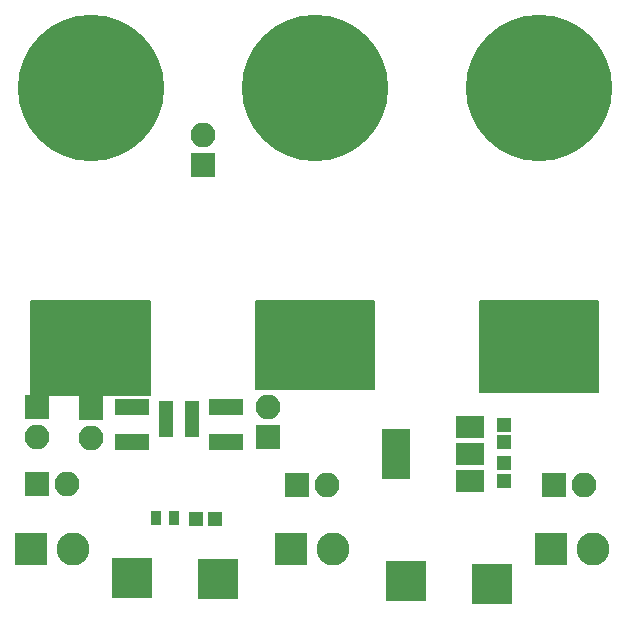
<source format=gbr>
G04 #@! TF.GenerationSoftware,KiCad,Pcbnew,(5.0.0)*
G04 #@! TF.CreationDate,2018-12-13T14:05:28+00:00*
G04 #@! TF.ProjectId,GiveMePower,476976654D65506F7765722E6B696361,rev?*
G04 #@! TF.SameCoordinates,Original*
G04 #@! TF.FileFunction,Soldermask,Top*
G04 #@! TF.FilePolarity,Negative*
%FSLAX46Y46*%
G04 Gerber Fmt 4.6, Leading zero omitted, Abs format (unit mm)*
G04 Created by KiCad (PCBNEW (5.0.0)) date 12/13/18 14:05:28*
%MOMM*%
%LPD*%
G01*
G04 APERTURE LIST*
%ADD10C,0.150000*%
%ADD11R,1.150000X1.200000*%
%ADD12R,2.900000X1.400000*%
%ADD13R,1.200000X1.200000*%
%ADD14R,2.100000X2.100000*%
%ADD15O,2.100000X2.100000*%
%ADD16R,2.800000X2.800000*%
%ADD17C,2.800000*%
%ADD18C,1.300000*%
%ADD19C,12.400000*%
%ADD20R,1.200000X3.100000*%
%ADD21R,0.900000X1.300000*%
%ADD22R,3.400000X3.400000*%
%ADD23R,2.400000X1.900000*%
%ADD24R,2.400000X4.200000*%
G04 APERTURE END LIST*
D10*
G36*
X144000000Y-108000000D02*
X153000000Y-108000000D01*
X153000000Y-115750000D01*
X143000000Y-115750000D01*
X143000000Y-108000000D01*
X144000000Y-108000000D01*
G37*
X144000000Y-108000000D02*
X153000000Y-108000000D01*
X153000000Y-115750000D01*
X143000000Y-115750000D01*
X143000000Y-108000000D01*
X144000000Y-108000000D01*
G36*
X125000000Y-108000000D02*
X134000000Y-108000000D01*
X134000000Y-115500000D01*
X124000000Y-115500000D01*
X124000000Y-108000000D01*
X125000000Y-108000000D01*
G37*
X125000000Y-108000000D02*
X134000000Y-108000000D01*
X134000000Y-115500000D01*
X124000000Y-115500000D01*
X124000000Y-108000000D01*
X125000000Y-108000000D01*
G36*
X106000000Y-108000000D02*
X115000000Y-108000000D01*
X115000000Y-116000000D01*
X105000000Y-116000000D01*
X105000000Y-108000000D01*
X106000000Y-108000000D01*
G37*
X106000000Y-108000000D02*
X115000000Y-108000000D01*
X115000000Y-116000000D01*
X105000000Y-116000000D01*
X105000000Y-108000000D01*
X106000000Y-108000000D01*
D11*
G04 #@! TO.C,C1*
X145000000Y-120000000D03*
X145000000Y-118500000D03*
G04 #@! TD*
D12*
G04 #@! TO.C,C3*
X121500000Y-117000000D03*
X121500000Y-120000000D03*
G04 #@! TD*
G04 #@! TO.C,C2*
X113500000Y-117000000D03*
X113500000Y-120000000D03*
G04 #@! TD*
D13*
G04 #@! TO.C,D1*
X120500000Y-126500000D03*
X118900000Y-126500000D03*
G04 #@! TD*
D14*
G04 #@! TO.C,J1*
X119500000Y-96500000D03*
D15*
X119500000Y-93960000D03*
G04 #@! TD*
G04 #@! TO.C,J2*
X125000000Y-117000000D03*
D14*
X125000000Y-119540000D03*
G04 #@! TD*
G04 #@! TO.C,J3*
X105500000Y-117000000D03*
D15*
X105500000Y-119540000D03*
G04 #@! TD*
G04 #@! TO.C,J4*
X110000000Y-119597001D03*
D14*
X110000000Y-117057001D03*
G04 #@! TD*
D15*
G04 #@! TO.C,J5*
X108040000Y-123500000D03*
D14*
X105500000Y-123500000D03*
G04 #@! TD*
G04 #@! TO.C,J6*
X149200000Y-123600000D03*
D15*
X151740000Y-123600000D03*
G04 #@! TD*
G04 #@! TO.C,J7*
X130040000Y-123600000D03*
D14*
X127500000Y-123600000D03*
G04 #@! TD*
D16*
G04 #@! TO.C,J8*
X105000000Y-129000000D03*
D17*
X108500000Y-129000000D03*
G04 #@! TD*
G04 #@! TO.C,J9*
X152500000Y-129000000D03*
D16*
X149000000Y-129000000D03*
G04 #@! TD*
G04 #@! TO.C,J10*
X127000000Y-129000000D03*
D17*
X130500000Y-129000000D03*
G04 #@! TD*
D18*
G04 #@! TO.C,J11*
X151181981Y-86818019D03*
X148000000Y-85500000D03*
X144818019Y-86818019D03*
X143500000Y-90000000D03*
X144818019Y-93181981D03*
X148000000Y-94500000D03*
X151181981Y-93181981D03*
X152500000Y-90000000D03*
D19*
X148000000Y-90000000D03*
G04 #@! TD*
G04 #@! TO.C,J12*
X129000000Y-90000000D03*
D18*
X133500000Y-90000000D03*
X132181981Y-93181981D03*
X129000000Y-94500000D03*
X125818019Y-93181981D03*
X124500000Y-90000000D03*
X125818019Y-86818019D03*
X129000000Y-85500000D03*
X132181981Y-86818019D03*
G04 #@! TD*
G04 #@! TO.C,J13*
X113181981Y-86818019D03*
X110000000Y-85500000D03*
X106818019Y-86818019D03*
X105500000Y-90000000D03*
X106818019Y-93181981D03*
X110000000Y-94500000D03*
X113181981Y-93181981D03*
X114500000Y-90000000D03*
D19*
X110000000Y-90000000D03*
G04 #@! TD*
D20*
G04 #@! TO.C,L2*
X116400000Y-118000000D03*
X118600000Y-118000000D03*
G04 #@! TD*
D21*
G04 #@! TO.C,R1*
X117050000Y-126400000D03*
X115550000Y-126400000D03*
G04 #@! TD*
D22*
G04 #@! TO.C,OutVCC*
X113500000Y-131500000D03*
G04 #@! TD*
G04 #@! TO.C,Output3V3*
X136750000Y-131750000D03*
G04 #@! TD*
G04 #@! TO.C,TP3*
X144000000Y-132000000D03*
G04 #@! TD*
D11*
G04 #@! TO.C,C4*
X145000000Y-123250000D03*
X145000000Y-121750000D03*
G04 #@! TD*
D23*
G04 #@! TO.C,U1*
X142150000Y-123300000D03*
X142150000Y-118700000D03*
X142150000Y-121000000D03*
D24*
X135850000Y-121000000D03*
G04 #@! TD*
D22*
G04 #@! TO.C,EarthGND*
X120800000Y-131600000D03*
G04 #@! TD*
M02*

</source>
